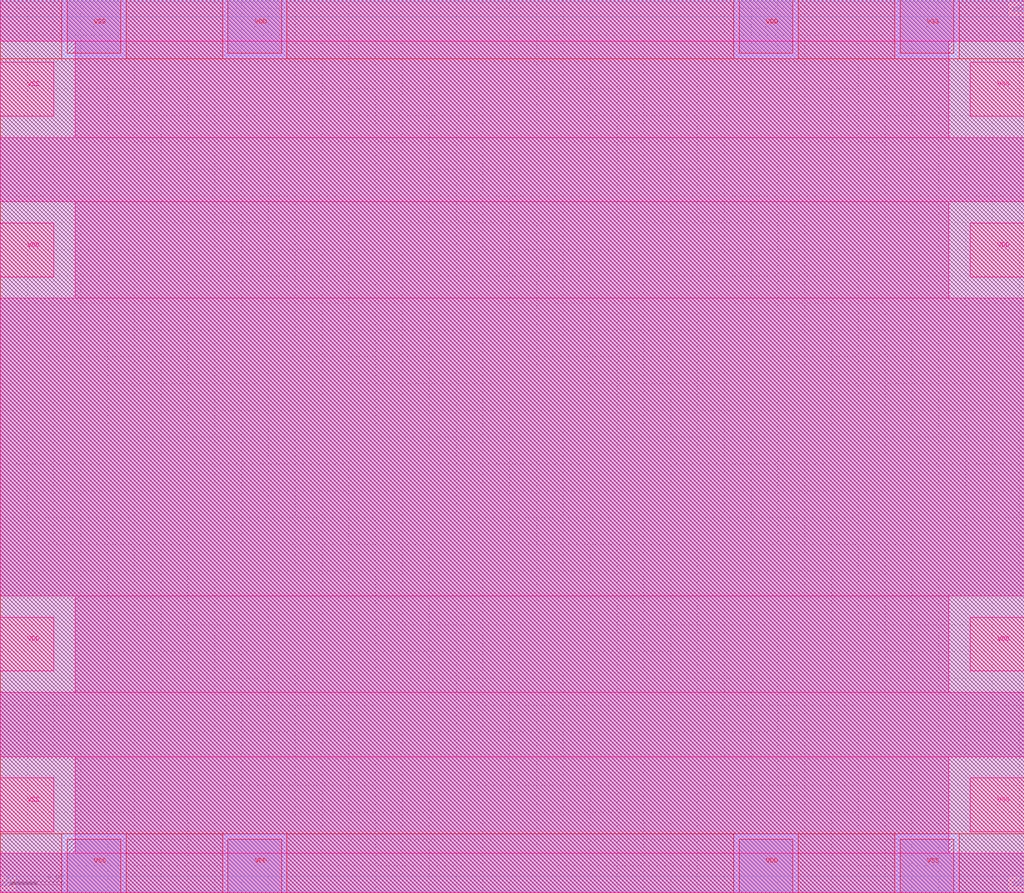
<source format=lef>
###############################################################
#  Generated by:      Cadence Innovus 20.13-s083_1
#  OS:                Linux x86_64(Host ID rice-503-20-north)
#  Generated on:      Fri Apr 29 22:32:43 2022
#  Design:            inverter
#  Command:           write_lef_abstract -5.8 -extractBlockObs /home/users/lyt1314/ee372/aloe-sky130/aloe/outputs/design.lef
###############################################################

VERSION 5.8 ;

BUSBITCHARS "[]" ;
DIVIDERCHAR "/" ;

MACRO inverter
  CLASS BLOCK ;
  SIZE 76.360000 BY 66.640000 ;
  FOREIGN inverter 0.000000 0.000000 ;
  ORIGIN 0 0 ;
  SYMMETRY X Y R90 ;
  PIN en
    DIRECTION INPUT ;
    USE SIGNAL ;
    PORT
      LAYER met3 ;
        RECT 0.000000 0.520000 0.800000 0.820000 ;
    END
  END en
  PIN in
    DIRECTION INPUT ;
    USE SIGNAL ;
    PORT
      LAYER met3 ;
        RECT 75.560000 65.790000 76.360000 66.090000 ;
    END
  END in
  PIN clk
    DIRECTION INPUT ;
    USE SIGNAL ;
  END clk
  PIN out
    DIRECTION OUTPUT ;
    USE SIGNAL ;
    PORT
      LAYER met3 ;
        RECT 75.560000 0.520000 76.360000 0.820000 ;
    END
  END out
  PIN VDD
    DIRECTION INOUT ;
    USE POWER ;
    PORT
      LAYER met5 ;
        RECT 72.360000 45.960000 76.360000 49.960000 ;
    END
    PORT
      LAYER met5 ;
        RECT 0.000000 45.960000 4.000000 49.960000 ;
    END
    PORT
      LAYER met5 ;
        RECT 72.360000 16.560000 76.360000 20.560000 ;
    END
    PORT
      LAYER met5 ;
        RECT 0.000000 16.560000 4.000000 20.560000 ;
    END
    PORT
      LAYER met4 ;
        RECT 55.110000 62.640000 59.110000 66.640000 ;
    END
    PORT
      LAYER met4 ;
        RECT 55.110000 0.000000 59.110000 4.000000 ;
    END
    PORT
      LAYER met4 ;
        RECT 16.980000 62.640000 20.980000 66.640000 ;
    END
    PORT
      LAYER met4 ;
        RECT 16.980000 0.000000 20.980000 4.000000 ;
    END
  END VDD
  PIN VSS
    DIRECTION INOUT ;
    USE GROUND ;
    PORT
      LAYER met5 ;
        RECT 72.360000 57.960000 76.360000 61.960000 ;
    END
    PORT
      LAYER met5 ;
        RECT 0.000000 57.960000 4.000000 61.960000 ;
    END
    PORT
      LAYER met5 ;
        RECT 72.360000 4.560000 76.360000 8.560000 ;
    END
    PORT
      LAYER met5 ;
        RECT 0.000000 4.560000 4.000000 8.560000 ;
    END
    PORT
      LAYER met4 ;
        RECT 67.110000 62.640000 71.110000 66.640000 ;
    END
    PORT
      LAYER met4 ;
        RECT 67.110000 0.000000 71.110000 4.000000 ;
    END
    PORT
      LAYER met4 ;
        RECT 4.980000 62.640000 8.980000 66.640000 ;
    END
    PORT
      LAYER met4 ;
        RECT 4.980000 0.000000 8.980000 4.000000 ;
    END
  END VSS
  OBS
    LAYER li1 ;
      RECT 0.000000 0.000000 76.360000 66.640000 ;
    LAYER met1 ;
      RECT 0.000000 0.000000 76.360000 66.640000 ;
    LAYER met2 ;
      RECT 0.000000 0.000000 76.360000 66.640000 ;
    LAYER met3 ;
      RECT 0.000000 66.490000 76.360000 66.640000 ;
      RECT 0.000000 65.390000 75.160000 66.490000 ;
      RECT 0.000000 1.220000 76.360000 65.390000 ;
      RECT 1.200000 0.120000 75.160000 1.220000 ;
      RECT 0.000000 0.000000 76.360000 0.120000 ;
    LAYER met4 ;
      RECT 71.510000 62.240000 76.360000 66.640000 ;
      RECT 59.510000 62.240000 66.710000 66.640000 ;
      RECT 21.380000 62.240000 54.710000 66.640000 ;
      RECT 9.380000 62.240000 16.580000 66.640000 ;
      RECT 0.000000 62.240000 4.580000 66.640000 ;
      RECT 0.000000 4.400000 76.360000 62.240000 ;
      RECT 71.510000 0.000000 76.360000 4.400000 ;
      RECT 59.510000 0.000000 66.710000 4.400000 ;
      RECT 21.380000 0.000000 54.710000 4.400000 ;
      RECT 9.380000 0.000000 16.580000 4.400000 ;
      RECT 0.000000 0.000000 4.580000 4.400000 ;
    LAYER met5 ;
      RECT 0.000000 63.560000 76.360000 66.640000 ;
      RECT 5.600000 56.360000 70.760000 63.560000 ;
      RECT 0.000000 51.560000 76.360000 56.360000 ;
      RECT 5.600000 44.360000 70.760000 51.560000 ;
      RECT 0.000000 22.160000 76.360000 44.360000 ;
      RECT 5.600000 14.960000 70.760000 22.160000 ;
      RECT 0.000000 10.160000 76.360000 14.960000 ;
      RECT 5.600000 2.960000 70.760000 10.160000 ;
      RECT 0.000000 0.000000 76.360000 2.960000 ;
  END
END inverter

END LIBRARY

</source>
